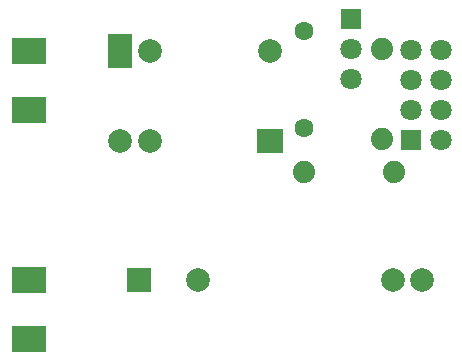
<source format=gtl>
G04 Layer: TopLayer*
G04 EasyEDA v6.5.34, 2023-10-19 08:42:31*
G04 b67b5cfffcec474382aab84a97846f09,08f173712dbc44b08fd2a75eaeabdc68,10*
G04 Gerber Generator version 0.2*
G04 Scale: 100 percent, Rotated: No, Reflected: No *
G04 Dimensions in millimeters *
G04 leading zeros omitted , absolute positions ,4 integer and 5 decimal *
%FSLAX45Y45*%
%MOMM*%

%ADD10C,1.6000*%
%ADD11C,2.0000*%
%ADD12R,2.0000X3.0000*%
%ADD13R,2.3000X2.0000*%
%ADD14R,1.8000X1.8000*%
%ADD15C,1.8000*%
%ADD16C,1.8796*%
%ADD17R,3.0000X2.2000*%
%ADD18R,2.0000X2.0000*%

%LPD*%
D10*
G01*
X2820004Y2989996D03*
G01*
X2820004Y2169982D03*
D11*
G01*
X2534991Y2820984D03*
G01*
X1518991Y2820984D03*
D12*
G01*
X1264991Y2820984D03*
D11*
G01*
X1264991Y2058984D03*
G01*
X1518991Y2058984D03*
D13*
G01*
X2534991Y2058984D03*
D14*
G01*
X3220003Y3093984D03*
D15*
G01*
X3220003Y2839984D03*
G01*
X3220003Y2585984D03*
D16*
G01*
X3479998Y2841000D03*
G01*
X3479998Y2079000D03*
G01*
X2818988Y1800006D03*
G01*
X3580988Y1800006D03*
D17*
G01*
X490011Y2819994D03*
G01*
X490011Y2319995D03*
G01*
X490011Y879993D03*
G01*
X490011Y379994D03*
D15*
G01*
X3976999Y2830992D03*
G01*
X3976999Y2576992D03*
G01*
X3976999Y2322992D03*
G01*
X3976999Y2068992D03*
G01*
X3722999Y2830992D03*
G01*
X3722999Y2576992D03*
G01*
X3722999Y2322992D03*
D14*
G01*
X3722999Y2068992D03*
D11*
G01*
X3820002Y879993D03*
G01*
X3570015Y879993D03*
G01*
X1920006Y879993D03*
D18*
G01*
X1420007Y879993D03*
M02*

</source>
